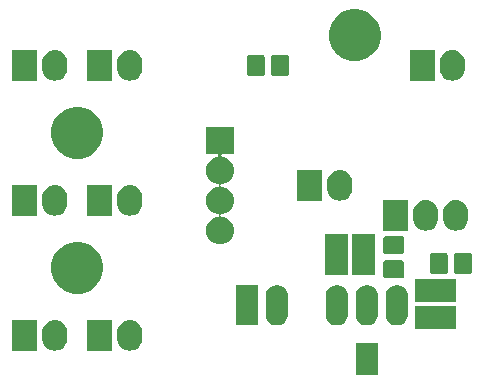
<source format=gbs>
G04 #@! TF.GenerationSoftware,KiCad,Pcbnew,5.0.1*
G04 #@! TF.CreationDate,2018-10-25T14:49:25-05:00*
G04 #@! TF.ProjectId,PowerRDP,506F7765725244502E6B696361645F70,01*
G04 #@! TF.SameCoordinates,Original*
G04 #@! TF.FileFunction,Soldermask,Bot*
G04 #@! TF.FilePolarity,Negative*
%FSLAX46Y46*%
G04 Gerber Fmt 4.6, Leading zero omitted, Abs format (unit mm)*
G04 Created by KiCad (PCBNEW 5.0.1) date Thu 25 Oct 2018 02:49:25 PM CDT*
%MOMM*%
%LPD*%
G01*
G04 APERTURE LIST*
%ADD10C,0.100000*%
G04 APERTURE END LIST*
D10*
G36*
X153096000Y-79582000D02*
X151196000Y-79582000D01*
X151196000Y-76882000D01*
X153096000Y-76882000D01*
X153096000Y-79582000D01*
X153096000Y-79582000D01*
G37*
G36*
X125939756Y-74915482D02*
X126088970Y-74960746D01*
X126141455Y-74976667D01*
X126327336Y-75076022D01*
X126490265Y-75209735D01*
X126623978Y-75372663D01*
X126723333Y-75558544D01*
X126739254Y-75611029D01*
X126784518Y-75760243D01*
X126800000Y-75917436D01*
X126800000Y-76482563D01*
X126784518Y-76639756D01*
X126739254Y-76788970D01*
X126723333Y-76841455D01*
X126623978Y-77027337D01*
X126490265Y-77190265D01*
X126327337Y-77323978D01*
X126141456Y-77423333D01*
X126088971Y-77439254D01*
X125939757Y-77484518D01*
X125730000Y-77505177D01*
X125520244Y-77484518D01*
X125371030Y-77439254D01*
X125318545Y-77423333D01*
X125132664Y-77323978D01*
X124969736Y-77190265D01*
X124836024Y-77027338D01*
X124736666Y-76841453D01*
X124716271Y-76774220D01*
X124675482Y-76639757D01*
X124660000Y-76482564D01*
X124660000Y-75917437D01*
X124675482Y-75760244D01*
X124736666Y-75558549D01*
X124736667Y-75558545D01*
X124836022Y-75372664D01*
X124969735Y-75209735D01*
X125132663Y-75076022D01*
X125318544Y-74976667D01*
X125371029Y-74960746D01*
X125520243Y-74915482D01*
X125730000Y-74894823D01*
X125939756Y-74915482D01*
X125939756Y-74915482D01*
G37*
G36*
X132289756Y-74915482D02*
X132438970Y-74960746D01*
X132491455Y-74976667D01*
X132677336Y-75076022D01*
X132840265Y-75209735D01*
X132973978Y-75372663D01*
X133073333Y-75558544D01*
X133089254Y-75611029D01*
X133134518Y-75760243D01*
X133150000Y-75917436D01*
X133150000Y-76482563D01*
X133134518Y-76639756D01*
X133089254Y-76788970D01*
X133073333Y-76841455D01*
X132973978Y-77027337D01*
X132840265Y-77190265D01*
X132677337Y-77323978D01*
X132491456Y-77423333D01*
X132438971Y-77439254D01*
X132289757Y-77484518D01*
X132080000Y-77505177D01*
X131870244Y-77484518D01*
X131721030Y-77439254D01*
X131668545Y-77423333D01*
X131482664Y-77323978D01*
X131319736Y-77190265D01*
X131186024Y-77027338D01*
X131086666Y-76841453D01*
X131066271Y-76774220D01*
X131025482Y-76639757D01*
X131010000Y-76482564D01*
X131010000Y-75917437D01*
X131025482Y-75760244D01*
X131086666Y-75558549D01*
X131086667Y-75558545D01*
X131186022Y-75372664D01*
X131319735Y-75209735D01*
X131482663Y-75076022D01*
X131668544Y-74976667D01*
X131721029Y-74960746D01*
X131870243Y-74915482D01*
X132080000Y-74894823D01*
X132289756Y-74915482D01*
X132289756Y-74915482D01*
G37*
G36*
X130610000Y-77500000D02*
X128470000Y-77500000D01*
X128470000Y-74900000D01*
X130610000Y-74900000D01*
X130610000Y-77500000D01*
X130610000Y-77500000D01*
G37*
G36*
X124260000Y-77500000D02*
X122120000Y-77500000D01*
X122120000Y-74900000D01*
X124260000Y-74900000D01*
X124260000Y-77500000D01*
X124260000Y-77500000D01*
G37*
G36*
X159713000Y-75636000D02*
X156263000Y-75636000D01*
X156263000Y-73716000D01*
X159713000Y-73716000D01*
X159713000Y-75636000D01*
X159713000Y-75636000D01*
G37*
G36*
X149792231Y-71973746D02*
X149881769Y-72000907D01*
X149971308Y-72028068D01*
X150136347Y-72116283D01*
X150281001Y-72234999D01*
X150399717Y-72379653D01*
X150487932Y-72544691D01*
X150542254Y-72723769D01*
X150556000Y-72863334D01*
X150556000Y-74456666D01*
X150542254Y-74596231D01*
X150487932Y-74775309D01*
X150399717Y-74940347D01*
X150281001Y-75085001D01*
X150136347Y-75203717D01*
X149971309Y-75291932D01*
X149881770Y-75319093D01*
X149792232Y-75346254D01*
X149606000Y-75364596D01*
X149419769Y-75346254D01*
X149330231Y-75319093D01*
X149240692Y-75291932D01*
X149075654Y-75203717D01*
X148931000Y-75085001D01*
X148812284Y-74940347D01*
X148724068Y-74775306D01*
X148669746Y-74596234D01*
X148656000Y-74456666D01*
X148656000Y-72863335D01*
X148669746Y-72723770D01*
X148669747Y-72723768D01*
X148696907Y-72634231D01*
X148724068Y-72544692D01*
X148812283Y-72379653D01*
X148930999Y-72234999D01*
X149075653Y-72116283D01*
X149240691Y-72028068D01*
X149330230Y-72000907D01*
X149419768Y-71973746D01*
X149606000Y-71955404D01*
X149792231Y-71973746D01*
X149792231Y-71973746D01*
G37*
G36*
X144712231Y-71973746D02*
X144801769Y-72000907D01*
X144891308Y-72028068D01*
X145056347Y-72116283D01*
X145201001Y-72234999D01*
X145319717Y-72379653D01*
X145407932Y-72544691D01*
X145462254Y-72723769D01*
X145476000Y-72863334D01*
X145476000Y-74456666D01*
X145462254Y-74596231D01*
X145407932Y-74775309D01*
X145319717Y-74940347D01*
X145201001Y-75085001D01*
X145056347Y-75203717D01*
X144891309Y-75291932D01*
X144801770Y-75319093D01*
X144712232Y-75346254D01*
X144526000Y-75364596D01*
X144339769Y-75346254D01*
X144250231Y-75319093D01*
X144160692Y-75291932D01*
X143995654Y-75203717D01*
X143851000Y-75085001D01*
X143732284Y-74940347D01*
X143644068Y-74775306D01*
X143589746Y-74596234D01*
X143576000Y-74456666D01*
X143576000Y-72863335D01*
X143589746Y-72723770D01*
X143589747Y-72723768D01*
X143616907Y-72634231D01*
X143644068Y-72544692D01*
X143732283Y-72379653D01*
X143850999Y-72234999D01*
X143995653Y-72116283D01*
X144160691Y-72028068D01*
X144250230Y-72000907D01*
X144339768Y-71973746D01*
X144526000Y-71955404D01*
X144712231Y-71973746D01*
X144712231Y-71973746D01*
G37*
G36*
X152332231Y-71973746D02*
X152421769Y-72000907D01*
X152511308Y-72028068D01*
X152676347Y-72116283D01*
X152821001Y-72234999D01*
X152939717Y-72379653D01*
X153027932Y-72544691D01*
X153082254Y-72723769D01*
X153096000Y-72863334D01*
X153096000Y-74456666D01*
X153082254Y-74596231D01*
X153027932Y-74775309D01*
X152939717Y-74940347D01*
X152821001Y-75085001D01*
X152676347Y-75203717D01*
X152511309Y-75291932D01*
X152421770Y-75319093D01*
X152332232Y-75346254D01*
X152146000Y-75364596D01*
X151959769Y-75346254D01*
X151870231Y-75319093D01*
X151780692Y-75291932D01*
X151615654Y-75203717D01*
X151471000Y-75085001D01*
X151352284Y-74940347D01*
X151264068Y-74775306D01*
X151209746Y-74596234D01*
X151196000Y-74456666D01*
X151196000Y-72863335D01*
X151209746Y-72723770D01*
X151209747Y-72723768D01*
X151236907Y-72634231D01*
X151264068Y-72544692D01*
X151352283Y-72379653D01*
X151470999Y-72234999D01*
X151615653Y-72116283D01*
X151780691Y-72028068D01*
X151870230Y-72000907D01*
X151959768Y-71973746D01*
X152146000Y-71955404D01*
X152332231Y-71973746D01*
X152332231Y-71973746D01*
G37*
G36*
X154872231Y-71973746D02*
X154961769Y-72000907D01*
X155051308Y-72028068D01*
X155216347Y-72116283D01*
X155361001Y-72234999D01*
X155479717Y-72379653D01*
X155567932Y-72544691D01*
X155622254Y-72723769D01*
X155636000Y-72863334D01*
X155636000Y-74456666D01*
X155622254Y-74596231D01*
X155567932Y-74775309D01*
X155479717Y-74940347D01*
X155361001Y-75085001D01*
X155216347Y-75203717D01*
X155051309Y-75291932D01*
X154961770Y-75319093D01*
X154872232Y-75346254D01*
X154686000Y-75364596D01*
X154499769Y-75346254D01*
X154410231Y-75319093D01*
X154320692Y-75291932D01*
X154155654Y-75203717D01*
X154011000Y-75085001D01*
X153892284Y-74940347D01*
X153804068Y-74775306D01*
X153749746Y-74596234D01*
X153736000Y-74456666D01*
X153736000Y-72863335D01*
X153749746Y-72723770D01*
X153749747Y-72723768D01*
X153776907Y-72634231D01*
X153804068Y-72544692D01*
X153892283Y-72379653D01*
X154010999Y-72234999D01*
X154155653Y-72116283D01*
X154320691Y-72028068D01*
X154410230Y-72000907D01*
X154499768Y-71973746D01*
X154686000Y-71955404D01*
X154872231Y-71973746D01*
X154872231Y-71973746D01*
G37*
G36*
X142936000Y-75360000D02*
X141036000Y-75360000D01*
X141036000Y-71960000D01*
X142936000Y-71960000D01*
X142936000Y-75360000D01*
X142936000Y-75360000D01*
G37*
G36*
X159713000Y-73346000D02*
X156263000Y-73346000D01*
X156263000Y-71426000D01*
X159713000Y-71426000D01*
X159713000Y-73346000D01*
X159713000Y-73346000D01*
G37*
G36*
X128276716Y-68369544D02*
X128677090Y-68535384D01*
X129037421Y-68776150D01*
X129343850Y-69082579D01*
X129584616Y-69442910D01*
X129750456Y-69843284D01*
X129835000Y-70268317D01*
X129835000Y-70701683D01*
X129750456Y-71126716D01*
X129584616Y-71527090D01*
X129343850Y-71887421D01*
X129037421Y-72193850D01*
X128677090Y-72434616D01*
X128276716Y-72600456D01*
X127851683Y-72685000D01*
X127418317Y-72685000D01*
X126993284Y-72600456D01*
X126592910Y-72434616D01*
X126232579Y-72193850D01*
X125926150Y-71887421D01*
X125685384Y-71527090D01*
X125519544Y-71126716D01*
X125435000Y-70701683D01*
X125435000Y-70268317D01*
X125519544Y-69843284D01*
X125685384Y-69442910D01*
X125926150Y-69082579D01*
X126232579Y-68776150D01*
X126592910Y-68535384D01*
X126993284Y-68369544D01*
X127418317Y-68285000D01*
X127851683Y-68285000D01*
X128276716Y-68369544D01*
X128276716Y-68369544D01*
G37*
G36*
X155117530Y-69842710D02*
X155167379Y-69857831D01*
X155213311Y-69882382D01*
X155253574Y-69915426D01*
X155286618Y-69955689D01*
X155311169Y-70001621D01*
X155326290Y-70051470D01*
X155332000Y-70109444D01*
X155332000Y-71114556D01*
X155326290Y-71172530D01*
X155311169Y-71222379D01*
X155286618Y-71268311D01*
X155253574Y-71308574D01*
X155213311Y-71341618D01*
X155167379Y-71366169D01*
X155117530Y-71381290D01*
X155059556Y-71387000D01*
X153804444Y-71387000D01*
X153746470Y-71381290D01*
X153696621Y-71366169D01*
X153650689Y-71341618D01*
X153610426Y-71308574D01*
X153577382Y-71268311D01*
X153552831Y-71222379D01*
X153537710Y-71172530D01*
X153532000Y-71114556D01*
X153532000Y-70109444D01*
X153537710Y-70051470D01*
X153552831Y-70001621D01*
X153577382Y-69955689D01*
X153610426Y-69915426D01*
X153650689Y-69882382D01*
X153696621Y-69857831D01*
X153746470Y-69842710D01*
X153804444Y-69837000D01*
X155059556Y-69837000D01*
X155117530Y-69842710D01*
X155117530Y-69842710D01*
G37*
G36*
X152856000Y-71067000D02*
X150936000Y-71067000D01*
X150936000Y-67617000D01*
X152856000Y-67617000D01*
X152856000Y-71067000D01*
X152856000Y-71067000D01*
G37*
G36*
X150566000Y-71067000D02*
X148646000Y-71067000D01*
X148646000Y-67617000D01*
X150566000Y-67617000D01*
X150566000Y-71067000D01*
X150566000Y-71067000D01*
G37*
G36*
X158802530Y-69209710D02*
X158852379Y-69224831D01*
X158898311Y-69249382D01*
X158938574Y-69282426D01*
X158971618Y-69322689D01*
X158996169Y-69368621D01*
X159011290Y-69418470D01*
X159017000Y-69476444D01*
X159017000Y-70731556D01*
X159011290Y-70789530D01*
X158996169Y-70839379D01*
X158971618Y-70885311D01*
X158938574Y-70925574D01*
X158898311Y-70958618D01*
X158852379Y-70983169D01*
X158802530Y-70998290D01*
X158744556Y-71004000D01*
X157739444Y-71004000D01*
X157681470Y-70998290D01*
X157631621Y-70983169D01*
X157585689Y-70958618D01*
X157545426Y-70925574D01*
X157512382Y-70885311D01*
X157487831Y-70839379D01*
X157472710Y-70789530D01*
X157467000Y-70731556D01*
X157467000Y-69476444D01*
X157472710Y-69418470D01*
X157487831Y-69368621D01*
X157512382Y-69322689D01*
X157545426Y-69282426D01*
X157585689Y-69249382D01*
X157631621Y-69224831D01*
X157681470Y-69209710D01*
X157739444Y-69204000D01*
X158744556Y-69204000D01*
X158802530Y-69209710D01*
X158802530Y-69209710D01*
G37*
G36*
X160852530Y-69209710D02*
X160902379Y-69224831D01*
X160948311Y-69249382D01*
X160988574Y-69282426D01*
X161021618Y-69322689D01*
X161046169Y-69368621D01*
X161061290Y-69418470D01*
X161067000Y-69476444D01*
X161067000Y-70731556D01*
X161061290Y-70789530D01*
X161046169Y-70839379D01*
X161021618Y-70885311D01*
X160988574Y-70925574D01*
X160948311Y-70958618D01*
X160902379Y-70983169D01*
X160852530Y-70998290D01*
X160794556Y-71004000D01*
X159789444Y-71004000D01*
X159731470Y-70998290D01*
X159681621Y-70983169D01*
X159635689Y-70958618D01*
X159595426Y-70925574D01*
X159562382Y-70885311D01*
X159537831Y-70839379D01*
X159522710Y-70789530D01*
X159517000Y-70731556D01*
X159517000Y-69476444D01*
X159522710Y-69418470D01*
X159537831Y-69368621D01*
X159562382Y-69322689D01*
X159595426Y-69282426D01*
X159635689Y-69249382D01*
X159681621Y-69224831D01*
X159731470Y-69209710D01*
X159789444Y-69204000D01*
X160794556Y-69204000D01*
X160852530Y-69209710D01*
X160852530Y-69209710D01*
G37*
G36*
X155117530Y-67792710D02*
X155167379Y-67807831D01*
X155213311Y-67832382D01*
X155253574Y-67865426D01*
X155286618Y-67905689D01*
X155311169Y-67951621D01*
X155326290Y-68001470D01*
X155332000Y-68059444D01*
X155332000Y-69064556D01*
X155326290Y-69122530D01*
X155311169Y-69172379D01*
X155286618Y-69218311D01*
X155253574Y-69258574D01*
X155213311Y-69291618D01*
X155167379Y-69316169D01*
X155117530Y-69331290D01*
X155059556Y-69337000D01*
X153804444Y-69337000D01*
X153746470Y-69331290D01*
X153696621Y-69316169D01*
X153650689Y-69291618D01*
X153610426Y-69258574D01*
X153577382Y-69218311D01*
X153552831Y-69172379D01*
X153537710Y-69122530D01*
X153532000Y-69064556D01*
X153532000Y-68059444D01*
X153537710Y-68001470D01*
X153552831Y-67951621D01*
X153577382Y-67905689D01*
X153610426Y-67865426D01*
X153650689Y-67832382D01*
X153696621Y-67807831D01*
X153746470Y-67792710D01*
X153804444Y-67787000D01*
X155059556Y-67787000D01*
X155117530Y-67792710D01*
X155117530Y-67792710D01*
G37*
G36*
X140900000Y-60842500D02*
X139962551Y-60842500D01*
X139938165Y-60844902D01*
X139914716Y-60852015D01*
X139893105Y-60863566D01*
X139874163Y-60879112D01*
X139858617Y-60898054D01*
X139847066Y-60919665D01*
X139839953Y-60943114D01*
X139837551Y-60967500D01*
X139839953Y-60991886D01*
X139847066Y-61015335D01*
X139858617Y-61036946D01*
X139874163Y-61055888D01*
X139893105Y-61071434D01*
X139914716Y-61082985D01*
X139950298Y-61091898D01*
X139973429Y-61094176D01*
X140082052Y-61127126D01*
X140190677Y-61160077D01*
X140390895Y-61267096D01*
X140566384Y-61411116D01*
X140710404Y-61586605D01*
X140817423Y-61786823D01*
X140883324Y-62004072D01*
X140905576Y-62230000D01*
X140883324Y-62455928D01*
X140817423Y-62673177D01*
X140710404Y-62873395D01*
X140566384Y-63048884D01*
X140390895Y-63192904D01*
X140190677Y-63299923D01*
X140082053Y-63332873D01*
X139973429Y-63365824D01*
X139885451Y-63374489D01*
X139874151Y-63375602D01*
X139850117Y-63380383D01*
X139827478Y-63389760D01*
X139807104Y-63403374D01*
X139789777Y-63420701D01*
X139776163Y-63441076D01*
X139766785Y-63463715D01*
X139762005Y-63487748D01*
X139762005Y-63512252D01*
X139766786Y-63536286D01*
X139776163Y-63558925D01*
X139789777Y-63579299D01*
X139807104Y-63596626D01*
X139827479Y-63610240D01*
X139850118Y-63619618D01*
X139874151Y-63624398D01*
X139973429Y-63634176D01*
X140012483Y-63646023D01*
X140190677Y-63700077D01*
X140390895Y-63807096D01*
X140566384Y-63951116D01*
X140710404Y-64126605D01*
X140817423Y-64326823D01*
X140883324Y-64544072D01*
X140905576Y-64770000D01*
X140883324Y-64995928D01*
X140817423Y-65213177D01*
X140710404Y-65413395D01*
X140566384Y-65588884D01*
X140390895Y-65732904D01*
X140190677Y-65839923D01*
X140082052Y-65872874D01*
X139973429Y-65905824D01*
X139885451Y-65914489D01*
X139874151Y-65915602D01*
X139850117Y-65920383D01*
X139827478Y-65929760D01*
X139807104Y-65943374D01*
X139789777Y-65960701D01*
X139776163Y-65981076D01*
X139766785Y-66003715D01*
X139762005Y-66027748D01*
X139762005Y-66052252D01*
X139766786Y-66076286D01*
X139776163Y-66098925D01*
X139789777Y-66119299D01*
X139807104Y-66136626D01*
X139827479Y-66150240D01*
X139850118Y-66159618D01*
X139874151Y-66164398D01*
X139973429Y-66174176D01*
X140082052Y-66207126D01*
X140190677Y-66240077D01*
X140390895Y-66347096D01*
X140566384Y-66491116D01*
X140710404Y-66666605D01*
X140817423Y-66866823D01*
X140883324Y-67084072D01*
X140905576Y-67310000D01*
X140883324Y-67535928D01*
X140817423Y-67753177D01*
X140710404Y-67953395D01*
X140566384Y-68128884D01*
X140390895Y-68272904D01*
X140190677Y-68379923D01*
X140082053Y-68412873D01*
X139973429Y-68445824D01*
X139916991Y-68451383D01*
X139804116Y-68462500D01*
X139595884Y-68462500D01*
X139483009Y-68451383D01*
X139426571Y-68445824D01*
X139317947Y-68412873D01*
X139209323Y-68379923D01*
X139009105Y-68272904D01*
X138833616Y-68128884D01*
X138689596Y-67953395D01*
X138582577Y-67753177D01*
X138516676Y-67535928D01*
X138494424Y-67310000D01*
X138516676Y-67084072D01*
X138582577Y-66866823D01*
X138689596Y-66666605D01*
X138833616Y-66491116D01*
X139009105Y-66347096D01*
X139209323Y-66240077D01*
X139317948Y-66207126D01*
X139426571Y-66174176D01*
X139525849Y-66164398D01*
X139549883Y-66159617D01*
X139572522Y-66150240D01*
X139592896Y-66136626D01*
X139610223Y-66119299D01*
X139623837Y-66098924D01*
X139633215Y-66076285D01*
X139637995Y-66052252D01*
X139637995Y-66027748D01*
X139633214Y-66003714D01*
X139623837Y-65981075D01*
X139610223Y-65960701D01*
X139592896Y-65943374D01*
X139572521Y-65929760D01*
X139549882Y-65920382D01*
X139525849Y-65915602D01*
X139514549Y-65914489D01*
X139426571Y-65905824D01*
X139317947Y-65872873D01*
X139209323Y-65839923D01*
X139009105Y-65732904D01*
X138833616Y-65588884D01*
X138689596Y-65413395D01*
X138582577Y-65213177D01*
X138516676Y-64995928D01*
X138494424Y-64770000D01*
X138516676Y-64544072D01*
X138582577Y-64326823D01*
X138689596Y-64126605D01*
X138833616Y-63951116D01*
X139009105Y-63807096D01*
X139209323Y-63700077D01*
X139387517Y-63646023D01*
X139426571Y-63634176D01*
X139525849Y-63624398D01*
X139549883Y-63619617D01*
X139572522Y-63610240D01*
X139592896Y-63596626D01*
X139610223Y-63579299D01*
X139623837Y-63558924D01*
X139633215Y-63536285D01*
X139637995Y-63512252D01*
X139637995Y-63487748D01*
X139633214Y-63463714D01*
X139623837Y-63441075D01*
X139610223Y-63420701D01*
X139592896Y-63403374D01*
X139572521Y-63389760D01*
X139549882Y-63380382D01*
X139525849Y-63375602D01*
X139514549Y-63374489D01*
X139426571Y-63365824D01*
X139317947Y-63332873D01*
X139209323Y-63299923D01*
X139009105Y-63192904D01*
X138833616Y-63048884D01*
X138689596Y-62873395D01*
X138582577Y-62673177D01*
X138516676Y-62455928D01*
X138494424Y-62230000D01*
X138516676Y-62004072D01*
X138582577Y-61786823D01*
X138689596Y-61586605D01*
X138833616Y-61411116D01*
X139009105Y-61267096D01*
X139209323Y-61160077D01*
X139317948Y-61127126D01*
X139426571Y-61094176D01*
X139449702Y-61091898D01*
X139473735Y-61087117D01*
X139496374Y-61077740D01*
X139516748Y-61064126D01*
X139534075Y-61046799D01*
X139547689Y-61026424D01*
X139557067Y-61003785D01*
X139561847Y-60979752D01*
X139561847Y-60955248D01*
X139557066Y-60931214D01*
X139547689Y-60908575D01*
X139534075Y-60888201D01*
X139516748Y-60870874D01*
X139496373Y-60857260D01*
X139473734Y-60847882D01*
X139437449Y-60842500D01*
X138500000Y-60842500D01*
X138500000Y-58537500D01*
X140900000Y-58537500D01*
X140900000Y-60842500D01*
X140900000Y-60842500D01*
G37*
G36*
X159874757Y-64755482D02*
X160021512Y-64800000D01*
X160076456Y-64816667D01*
X160262337Y-64916022D01*
X160425266Y-65049735D01*
X160558979Y-65212663D01*
X160658334Y-65398544D01*
X160662250Y-65411453D01*
X160719519Y-65600243D01*
X160735001Y-65757436D01*
X160735001Y-66322563D01*
X160719519Y-66479756D01*
X160674255Y-66628970D01*
X160658334Y-66681455D01*
X160558979Y-66867337D01*
X160425266Y-67030265D01*
X160262338Y-67163978D01*
X160076457Y-67263333D01*
X160023972Y-67279254D01*
X159874758Y-67324518D01*
X159665001Y-67345177D01*
X159455245Y-67324518D01*
X159306031Y-67279254D01*
X159253546Y-67263333D01*
X159067665Y-67163978D01*
X158904737Y-67030265D01*
X158771025Y-66867338D01*
X158671667Y-66681453D01*
X158651272Y-66614220D01*
X158610483Y-66479757D01*
X158595001Y-66322564D01*
X158595001Y-65757437D01*
X158610483Y-65600244D01*
X158667752Y-65411455D01*
X158671668Y-65398545D01*
X158771023Y-65212664D01*
X158904736Y-65049735D01*
X159067664Y-64916022D01*
X159253545Y-64816667D01*
X159308489Y-64800000D01*
X159455244Y-64755482D01*
X159665001Y-64734823D01*
X159874757Y-64755482D01*
X159874757Y-64755482D01*
G37*
G36*
X157334757Y-64755482D02*
X157481512Y-64800000D01*
X157536456Y-64816667D01*
X157722337Y-64916022D01*
X157885266Y-65049735D01*
X158018979Y-65212663D01*
X158118334Y-65398544D01*
X158122250Y-65411453D01*
X158179519Y-65600243D01*
X158195001Y-65757436D01*
X158195001Y-66322563D01*
X158179519Y-66479756D01*
X158134255Y-66628970D01*
X158118334Y-66681455D01*
X158018979Y-66867337D01*
X157885266Y-67030265D01*
X157722338Y-67163978D01*
X157536457Y-67263333D01*
X157483972Y-67279254D01*
X157334758Y-67324518D01*
X157125001Y-67345177D01*
X156915245Y-67324518D01*
X156766031Y-67279254D01*
X156713546Y-67263333D01*
X156527665Y-67163978D01*
X156364737Y-67030265D01*
X156231025Y-66867338D01*
X156131667Y-66681453D01*
X156111272Y-66614220D01*
X156070483Y-66479757D01*
X156055001Y-66322564D01*
X156055001Y-65757437D01*
X156070483Y-65600244D01*
X156127752Y-65411455D01*
X156131668Y-65398545D01*
X156231023Y-65212664D01*
X156364736Y-65049735D01*
X156527664Y-64916022D01*
X156713545Y-64816667D01*
X156768489Y-64800000D01*
X156915244Y-64755482D01*
X157125001Y-64734823D01*
X157334757Y-64755482D01*
X157334757Y-64755482D01*
G37*
G36*
X155655001Y-67340000D02*
X153515001Y-67340000D01*
X153515001Y-64740000D01*
X155655001Y-64740000D01*
X155655001Y-67340000D01*
X155655001Y-67340000D01*
G37*
G36*
X125939756Y-63485482D02*
X126088970Y-63530746D01*
X126141455Y-63546667D01*
X126327336Y-63646022D01*
X126490265Y-63779735D01*
X126623978Y-63942663D01*
X126723333Y-64128544D01*
X126727249Y-64141453D01*
X126784518Y-64330243D01*
X126800000Y-64487436D01*
X126800000Y-65052563D01*
X126784518Y-65209756D01*
X126783480Y-65213177D01*
X126723333Y-65411455D01*
X126623978Y-65597337D01*
X126490265Y-65760265D01*
X126327337Y-65893978D01*
X126141456Y-65993333D01*
X126107234Y-66003714D01*
X125939757Y-66054518D01*
X125730000Y-66075177D01*
X125520244Y-66054518D01*
X125352767Y-66003714D01*
X125318545Y-65993333D01*
X125132664Y-65893978D01*
X124969736Y-65760265D01*
X124836024Y-65597338D01*
X124736666Y-65411453D01*
X124716271Y-65344220D01*
X124675482Y-65209757D01*
X124660000Y-65052564D01*
X124660000Y-64487437D01*
X124675482Y-64330244D01*
X124732751Y-64141455D01*
X124736667Y-64128545D01*
X124836022Y-63942664D01*
X124969735Y-63779735D01*
X125132663Y-63646022D01*
X125318544Y-63546667D01*
X125371029Y-63530746D01*
X125520243Y-63485482D01*
X125730000Y-63464823D01*
X125939756Y-63485482D01*
X125939756Y-63485482D01*
G37*
G36*
X132289756Y-63485482D02*
X132438970Y-63530746D01*
X132491455Y-63546667D01*
X132677336Y-63646022D01*
X132840265Y-63779735D01*
X132973978Y-63942663D01*
X133073333Y-64128544D01*
X133077249Y-64141453D01*
X133134518Y-64330243D01*
X133150000Y-64487436D01*
X133150000Y-65052563D01*
X133134518Y-65209756D01*
X133133480Y-65213177D01*
X133073333Y-65411455D01*
X132973978Y-65597337D01*
X132840265Y-65760265D01*
X132677337Y-65893978D01*
X132491456Y-65993333D01*
X132457234Y-66003714D01*
X132289757Y-66054518D01*
X132080000Y-66075177D01*
X131870244Y-66054518D01*
X131702767Y-66003714D01*
X131668545Y-65993333D01*
X131482664Y-65893978D01*
X131319736Y-65760265D01*
X131186024Y-65597338D01*
X131086666Y-65411453D01*
X131066271Y-65344220D01*
X131025482Y-65209757D01*
X131010000Y-65052564D01*
X131010000Y-64487437D01*
X131025482Y-64330244D01*
X131082751Y-64141455D01*
X131086667Y-64128545D01*
X131186022Y-63942664D01*
X131319735Y-63779735D01*
X131482663Y-63646022D01*
X131668544Y-63546667D01*
X131721029Y-63530746D01*
X131870243Y-63485482D01*
X132080000Y-63464823D01*
X132289756Y-63485482D01*
X132289756Y-63485482D01*
G37*
G36*
X130610000Y-66070000D02*
X128470000Y-66070000D01*
X128470000Y-63470000D01*
X130610000Y-63470000D01*
X130610000Y-66070000D01*
X130610000Y-66070000D01*
G37*
G36*
X124260000Y-66070000D02*
X122120000Y-66070000D01*
X122120000Y-63470000D01*
X124260000Y-63470000D01*
X124260000Y-66070000D01*
X124260000Y-66070000D01*
G37*
G36*
X150069756Y-62215482D02*
X150218970Y-62260746D01*
X150271455Y-62276667D01*
X150457336Y-62376022D01*
X150620265Y-62509735D01*
X150753978Y-62672663D01*
X150853333Y-62858544D01*
X150857837Y-62873393D01*
X150914518Y-63060243D01*
X150930000Y-63217436D01*
X150930000Y-63782563D01*
X150914518Y-63939756D01*
X150869254Y-64088970D01*
X150853333Y-64141455D01*
X150753978Y-64327337D01*
X150620265Y-64490265D01*
X150457337Y-64623978D01*
X150271456Y-64723333D01*
X150233578Y-64734823D01*
X150069757Y-64784518D01*
X149860000Y-64805177D01*
X149650244Y-64784518D01*
X149486423Y-64734823D01*
X149448545Y-64723333D01*
X149262664Y-64623978D01*
X149099736Y-64490265D01*
X148966024Y-64327338D01*
X148866666Y-64141453D01*
X148846271Y-64074220D01*
X148805482Y-63939757D01*
X148790000Y-63782564D01*
X148790000Y-63217437D01*
X148805482Y-63060244D01*
X148866666Y-62858549D01*
X148866667Y-62858545D01*
X148966022Y-62672664D01*
X149099735Y-62509735D01*
X149262663Y-62376022D01*
X149448544Y-62276667D01*
X149501029Y-62260746D01*
X149650243Y-62215482D01*
X149860000Y-62194823D01*
X150069756Y-62215482D01*
X150069756Y-62215482D01*
G37*
G36*
X148390000Y-64800000D02*
X146250000Y-64800000D01*
X146250000Y-62200000D01*
X148390000Y-62200000D01*
X148390000Y-64800000D01*
X148390000Y-64800000D01*
G37*
G36*
X128276716Y-56939544D02*
X128677090Y-57105384D01*
X129037421Y-57346150D01*
X129343850Y-57652579D01*
X129584616Y-58012910D01*
X129750456Y-58413284D01*
X129835000Y-58838317D01*
X129835000Y-59271683D01*
X129750456Y-59696716D01*
X129584616Y-60097090D01*
X129343850Y-60457421D01*
X129037421Y-60763850D01*
X128677090Y-61004616D01*
X128276716Y-61170456D01*
X127851683Y-61255000D01*
X127418317Y-61255000D01*
X126993284Y-61170456D01*
X126592910Y-61004616D01*
X126232579Y-60763850D01*
X125926150Y-60457421D01*
X125685384Y-60097090D01*
X125519544Y-59696716D01*
X125435000Y-59271683D01*
X125435000Y-58838317D01*
X125519544Y-58413284D01*
X125685384Y-58012910D01*
X125926150Y-57652579D01*
X126232579Y-57346150D01*
X126592910Y-57105384D01*
X126993284Y-56939544D01*
X127418317Y-56855000D01*
X127851683Y-56855000D01*
X128276716Y-56939544D01*
X128276716Y-56939544D01*
G37*
G36*
X159594756Y-52055482D02*
X159743970Y-52100746D01*
X159796455Y-52116667D01*
X159982336Y-52216022D01*
X160145265Y-52349735D01*
X160278978Y-52512663D01*
X160378333Y-52698544D01*
X160382178Y-52711219D01*
X160439518Y-52900243D01*
X160455000Y-53057436D01*
X160455000Y-53622563D01*
X160439518Y-53779756D01*
X160402119Y-53903044D01*
X160378333Y-53981455D01*
X160278978Y-54167337D01*
X160145265Y-54330265D01*
X159982337Y-54463978D01*
X159796456Y-54563333D01*
X159743971Y-54579254D01*
X159594757Y-54624518D01*
X159385000Y-54645177D01*
X159175244Y-54624518D01*
X159026030Y-54579254D01*
X158973545Y-54563333D01*
X158787664Y-54463978D01*
X158624736Y-54330265D01*
X158491024Y-54167338D01*
X158391666Y-53981453D01*
X158367881Y-53903044D01*
X158330482Y-53779757D01*
X158315000Y-53622564D01*
X158315000Y-53057437D01*
X158330482Y-52900244D01*
X158387451Y-52712444D01*
X158391667Y-52698545D01*
X158491022Y-52512664D01*
X158624735Y-52349735D01*
X158787663Y-52216022D01*
X158973544Y-52116667D01*
X159026029Y-52100746D01*
X159175243Y-52055482D01*
X159385000Y-52034823D01*
X159594756Y-52055482D01*
X159594756Y-52055482D01*
G37*
G36*
X125939756Y-52055482D02*
X126088970Y-52100746D01*
X126141455Y-52116667D01*
X126327336Y-52216022D01*
X126490265Y-52349735D01*
X126623978Y-52512663D01*
X126723333Y-52698544D01*
X126727178Y-52711219D01*
X126784518Y-52900243D01*
X126800000Y-53057436D01*
X126800000Y-53622563D01*
X126784518Y-53779756D01*
X126747119Y-53903044D01*
X126723333Y-53981455D01*
X126623978Y-54167337D01*
X126490265Y-54330265D01*
X126327337Y-54463978D01*
X126141456Y-54563333D01*
X126088971Y-54579254D01*
X125939757Y-54624518D01*
X125730000Y-54645177D01*
X125520244Y-54624518D01*
X125371030Y-54579254D01*
X125318545Y-54563333D01*
X125132664Y-54463978D01*
X124969736Y-54330265D01*
X124836024Y-54167338D01*
X124736666Y-53981453D01*
X124712881Y-53903044D01*
X124675482Y-53779757D01*
X124660000Y-53622564D01*
X124660000Y-53057437D01*
X124675482Y-52900244D01*
X124732451Y-52712444D01*
X124736667Y-52698545D01*
X124836022Y-52512664D01*
X124969735Y-52349735D01*
X125132663Y-52216022D01*
X125318544Y-52116667D01*
X125371029Y-52100746D01*
X125520243Y-52055482D01*
X125730000Y-52034823D01*
X125939756Y-52055482D01*
X125939756Y-52055482D01*
G37*
G36*
X132289756Y-52055482D02*
X132438970Y-52100746D01*
X132491455Y-52116667D01*
X132677336Y-52216022D01*
X132840265Y-52349735D01*
X132973978Y-52512663D01*
X133073333Y-52698544D01*
X133077178Y-52711219D01*
X133134518Y-52900243D01*
X133150000Y-53057436D01*
X133150000Y-53622563D01*
X133134518Y-53779756D01*
X133097119Y-53903044D01*
X133073333Y-53981455D01*
X132973978Y-54167337D01*
X132840265Y-54330265D01*
X132677337Y-54463978D01*
X132491456Y-54563333D01*
X132438971Y-54579254D01*
X132289757Y-54624518D01*
X132080000Y-54645177D01*
X131870244Y-54624518D01*
X131721030Y-54579254D01*
X131668545Y-54563333D01*
X131482664Y-54463978D01*
X131319736Y-54330265D01*
X131186024Y-54167338D01*
X131086666Y-53981453D01*
X131062881Y-53903044D01*
X131025482Y-53779757D01*
X131010000Y-53622564D01*
X131010000Y-53057437D01*
X131025482Y-52900244D01*
X131082451Y-52712444D01*
X131086667Y-52698545D01*
X131186022Y-52512664D01*
X131319735Y-52349735D01*
X131482663Y-52216022D01*
X131668544Y-52116667D01*
X131721029Y-52100746D01*
X131870243Y-52055482D01*
X132080000Y-52034823D01*
X132289756Y-52055482D01*
X132289756Y-52055482D01*
G37*
G36*
X124260000Y-54640000D02*
X122120000Y-54640000D01*
X122120000Y-52040000D01*
X124260000Y-52040000D01*
X124260000Y-54640000D01*
X124260000Y-54640000D01*
G37*
G36*
X130610000Y-54640000D02*
X128470000Y-54640000D01*
X128470000Y-52040000D01*
X130610000Y-52040000D01*
X130610000Y-54640000D01*
X130610000Y-54640000D01*
G37*
G36*
X157915000Y-54640000D02*
X155775000Y-54640000D01*
X155775000Y-52040000D01*
X157915000Y-52040000D01*
X157915000Y-54640000D01*
X157915000Y-54640000D01*
G37*
G36*
X143308530Y-52445710D02*
X143358379Y-52460831D01*
X143404311Y-52485382D01*
X143444574Y-52518426D01*
X143477618Y-52558689D01*
X143502169Y-52604621D01*
X143517290Y-52654470D01*
X143523000Y-52712444D01*
X143523000Y-53967556D01*
X143517290Y-54025530D01*
X143502169Y-54075379D01*
X143477618Y-54121311D01*
X143444574Y-54161574D01*
X143404311Y-54194618D01*
X143358379Y-54219169D01*
X143308530Y-54234290D01*
X143250556Y-54240000D01*
X142245444Y-54240000D01*
X142187470Y-54234290D01*
X142137621Y-54219169D01*
X142091689Y-54194618D01*
X142051426Y-54161574D01*
X142018382Y-54121311D01*
X141993831Y-54075379D01*
X141978710Y-54025530D01*
X141973000Y-53967556D01*
X141973000Y-52712444D01*
X141978710Y-52654470D01*
X141993831Y-52604621D01*
X142018382Y-52558689D01*
X142051426Y-52518426D01*
X142091689Y-52485382D01*
X142137621Y-52460831D01*
X142187470Y-52445710D01*
X142245444Y-52440000D01*
X143250556Y-52440000D01*
X143308530Y-52445710D01*
X143308530Y-52445710D01*
G37*
G36*
X145358530Y-52445710D02*
X145408379Y-52460831D01*
X145454311Y-52485382D01*
X145494574Y-52518426D01*
X145527618Y-52558689D01*
X145552169Y-52604621D01*
X145567290Y-52654470D01*
X145573000Y-52712444D01*
X145573000Y-53967556D01*
X145567290Y-54025530D01*
X145552169Y-54075379D01*
X145527618Y-54121311D01*
X145494574Y-54161574D01*
X145454311Y-54194618D01*
X145408379Y-54219169D01*
X145358530Y-54234290D01*
X145300556Y-54240000D01*
X144295444Y-54240000D01*
X144237470Y-54234290D01*
X144187621Y-54219169D01*
X144141689Y-54194618D01*
X144101426Y-54161574D01*
X144068382Y-54121311D01*
X144043831Y-54075379D01*
X144028710Y-54025530D01*
X144023000Y-53967556D01*
X144023000Y-52712444D01*
X144028710Y-52654470D01*
X144043831Y-52604621D01*
X144068382Y-52558689D01*
X144101426Y-52518426D01*
X144141689Y-52485382D01*
X144187621Y-52460831D01*
X144237470Y-52445710D01*
X144295444Y-52440000D01*
X145300556Y-52440000D01*
X145358530Y-52445710D01*
X145358530Y-52445710D01*
G37*
G36*
X151771716Y-48684544D02*
X152172090Y-48850384D01*
X152532421Y-49091150D01*
X152838850Y-49397579D01*
X153079616Y-49757910D01*
X153245456Y-50158284D01*
X153330000Y-50583317D01*
X153330000Y-51016683D01*
X153245456Y-51441716D01*
X153079616Y-51842090D01*
X152838850Y-52202421D01*
X152532421Y-52508850D01*
X152172090Y-52749616D01*
X151771716Y-52915456D01*
X151346683Y-53000000D01*
X150913317Y-53000000D01*
X150488284Y-52915456D01*
X150087910Y-52749616D01*
X149727579Y-52508850D01*
X149421150Y-52202421D01*
X149180384Y-51842090D01*
X149014544Y-51441716D01*
X148930000Y-51016683D01*
X148930000Y-50583317D01*
X149014544Y-50158284D01*
X149180384Y-49757910D01*
X149421150Y-49397579D01*
X149727579Y-49091150D01*
X150087910Y-48850384D01*
X150488284Y-48684544D01*
X150913317Y-48600000D01*
X151346683Y-48600000D01*
X151771716Y-48684544D01*
X151771716Y-48684544D01*
G37*
M02*

</source>
